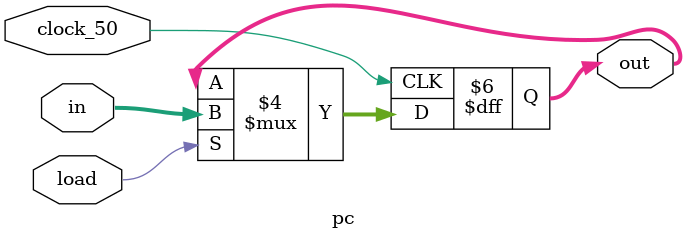
<source format=v>
/* Module: pc();
*
*  Parameter:
*      In:      in - 16-bit input value
*               load - 1-bit load-enable control signal
*      Out:     out - 16-bit incremented output value
*
*  Description: The module outputs the input value or high impedance depending on the load value.
*
*  Author: Patrick Reynolds
*/

module pc (
	clock_50,
	in,
	load,
	out
);

input [15:0] in;
input clock_50, load;
output reg [15:0] out;

always @(posedge clock_50) begin
	if (load == 1) begin
		out <= in;
	end
end

initial begin
	out = 0;
end

endmodule
</source>
